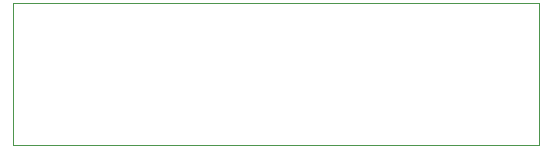
<source format=gbr>
%TF.GenerationSoftware,KiCad,Pcbnew,8.0.6*%
%TF.CreationDate,2025-04-05T03:11:41-05:00*%
%TF.ProjectId,battery protection board,62617474-6572-4792-9070-726f74656374,rev?*%
%TF.SameCoordinates,Original*%
%TF.FileFunction,Profile,NP*%
%FSLAX46Y46*%
G04 Gerber Fmt 4.6, Leading zero omitted, Abs format (unit mm)*
G04 Created by KiCad (PCBNEW 8.0.6) date 2025-04-05 03:11:41*
%MOMM*%
%LPD*%
G01*
G04 APERTURE LIST*
%TA.AperFunction,Profile*%
%ADD10C,0.050000*%
%TD*%
G04 APERTURE END LIST*
D10*
X133000000Y-89500000D02*
X177500000Y-89500000D01*
X177500000Y-101500000D01*
X133000000Y-101500000D01*
X133000000Y-89500000D01*
M02*

</source>
